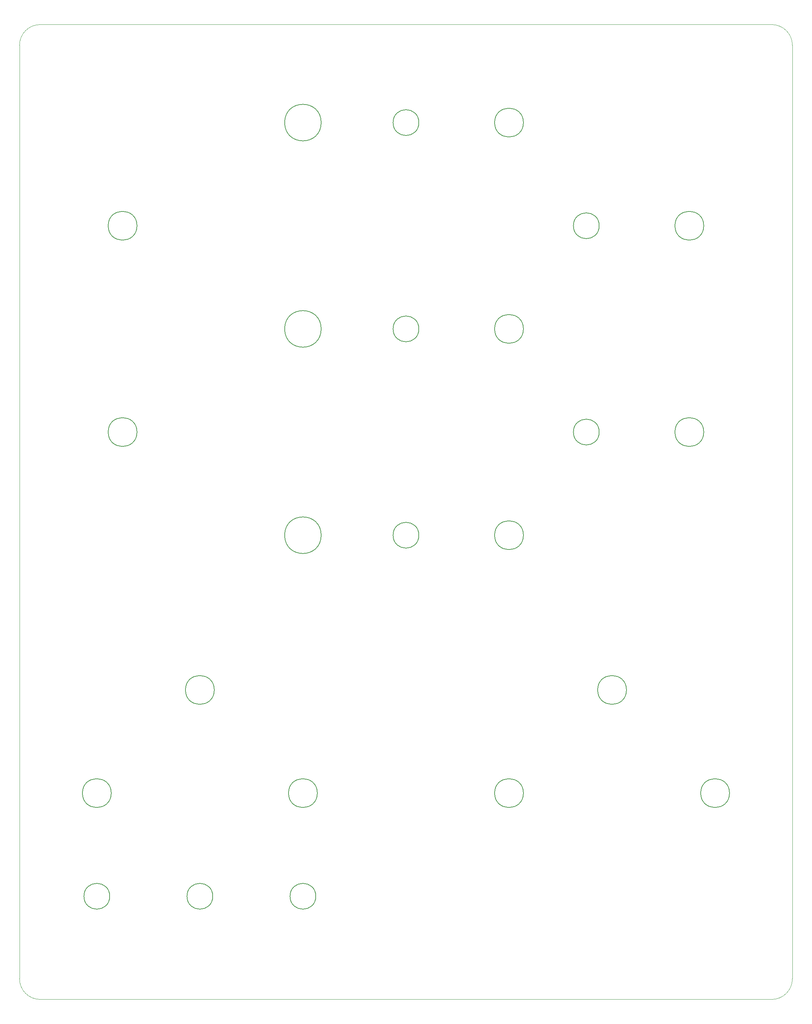
<source format=gm1>
G04 #@! TF.GenerationSoftware,KiCad,Pcbnew,6.0.5+dfsg-1~bpo11+1*
G04 #@! TF.CreationDate,2022-08-10T11:55:54+00:00*
G04 #@! TF.ProjectId,main_VCO_pcb_panel,6d61696e-5f56-4434-9f5f-7063625f7061,0*
G04 #@! TF.SameCoordinates,Original*
G04 #@! TF.FileFunction,Profile,NP*
%FSLAX46Y46*%
G04 Gerber Fmt 4.6, Leading zero omitted, Abs format (unit mm)*
G04 Created by KiCad (PCBNEW 6.0.5+dfsg-1~bpo11+1) date 2022-08-10 11:55:54*
%MOMM*%
%LPD*%
G01*
G04 APERTURE LIST*
G04 #@! TA.AperFunction,Profile*
%ADD10C,0.150000*%
G04 #@! TD*
G04 #@! TA.AperFunction,Profile*
%ADD11C,0.100000*%
G04 #@! TD*
G04 APERTURE END LIST*
D10*
X138430000Y-238125000D02*
G75*
G03*
X138430000Y-238125000I-3175000J0D01*
G01*
X189230000Y-238125000D02*
G75*
G03*
X189230000Y-238125000I-3175000J0D01*
G01*
X190555000Y-149225000D02*
G75*
G03*
X190555000Y-149225000I-4500000J0D01*
G01*
X163830000Y-238125000D02*
G75*
G03*
X163830000Y-238125000I-3175000J0D01*
G01*
X190555000Y-47625000D02*
G75*
G03*
X190555000Y-47625000I-4500000J0D01*
G01*
X291205000Y-212725000D02*
G75*
G03*
X291205000Y-212725000I-3550000J0D01*
G01*
D11*
X301625000Y-263525000D02*
G75*
G03*
X306705000Y-258445000I0J5080000D01*
G01*
X116205000Y-258445000D02*
X116205000Y-28575000D01*
D10*
X284855000Y-73025000D02*
G75*
G03*
X284855000Y-73025000I-3550000J0D01*
G01*
X138805000Y-212725000D02*
G75*
G03*
X138805000Y-212725000I-3550000J0D01*
G01*
D11*
X116205000Y-258445000D02*
G75*
G03*
X121285000Y-263525000I5080000J0D01*
G01*
D10*
X240405000Y-98425000D02*
G75*
G03*
X240405000Y-98425000I-3550000J0D01*
G01*
X145155000Y-123825000D02*
G75*
G03*
X145155000Y-123825000I-3550000J0D01*
G01*
X240405000Y-212725000D02*
G75*
G03*
X240405000Y-212725000I-3550000J0D01*
G01*
X145155000Y-73025000D02*
G75*
G03*
X145155000Y-73025000I-3550000J0D01*
G01*
X259080000Y-123825000D02*
G75*
G03*
X259080000Y-123825000I-3175000J0D01*
G01*
X190555000Y-98425000D02*
G75*
G03*
X190555000Y-98425000I-4500000J0D01*
G01*
X189605000Y-212725000D02*
G75*
G03*
X189605000Y-212725000I-3550000J0D01*
G01*
D11*
X121285000Y-23495000D02*
X301625000Y-23495000D01*
D10*
X164205000Y-187325000D02*
G75*
G03*
X164205000Y-187325000I-3550000J0D01*
G01*
D11*
X306705000Y-28575000D02*
X306705000Y-258445000D01*
X301625000Y-263525000D02*
X121285000Y-263525000D01*
D10*
X214630000Y-149225000D02*
G75*
G03*
X214630000Y-149225000I-3175000J0D01*
G01*
X265805000Y-187325000D02*
G75*
G03*
X265805000Y-187325000I-3550000J0D01*
G01*
X284855000Y-123825000D02*
G75*
G03*
X284855000Y-123825000I-3550000J0D01*
G01*
D11*
X121285000Y-23495000D02*
G75*
G03*
X116205000Y-28575000I0J-5080000D01*
G01*
D10*
X214630000Y-98425000D02*
G75*
G03*
X214630000Y-98425000I-3175000J0D01*
G01*
D11*
X306705000Y-28575000D02*
G75*
G03*
X301625000Y-23495000I-5080000J0D01*
G01*
D10*
X240405000Y-149225000D02*
G75*
G03*
X240405000Y-149225000I-3550000J0D01*
G01*
X259080000Y-73025000D02*
G75*
G03*
X259080000Y-73025000I-3175000J0D01*
G01*
X240405000Y-47625000D02*
G75*
G03*
X240405000Y-47625000I-3550000J0D01*
G01*
X214630000Y-47625000D02*
G75*
G03*
X214630000Y-47625000I-3175000J0D01*
G01*
M02*

</source>
